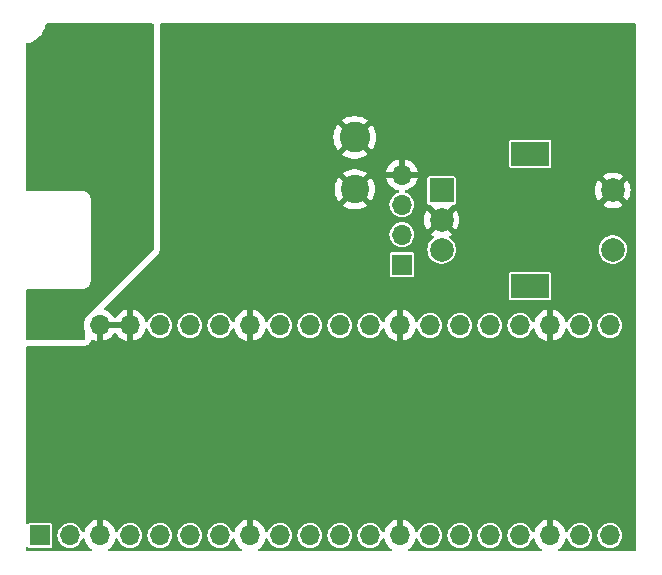
<source format=gbr>
%TF.GenerationSoftware,KiCad,Pcbnew,7.0.1*%
%TF.CreationDate,2023-12-01T14:10:48+08:00*%
%TF.ProjectId,USB-PD-Bench-Supply-PCB,5553422d-5044-42d4-9265-6e63682d5375,1*%
%TF.SameCoordinates,PX68e7780PY3938700*%
%TF.FileFunction,Copper,L2,Bot*%
%TF.FilePolarity,Positive*%
%FSLAX46Y46*%
G04 Gerber Fmt 4.6, Leading zero omitted, Abs format (unit mm)*
G04 Created by KiCad (PCBNEW 7.0.1) date 2023-12-01 14:10:48*
%MOMM*%
%LPD*%
G01*
G04 APERTURE LIST*
%TA.AperFunction,ComponentPad*%
%ADD10C,2.600000*%
%TD*%
%TA.AperFunction,ComponentPad*%
%ADD11C,2.400000*%
%TD*%
%TA.AperFunction,ComponentPad*%
%ADD12R,1.700000X1.700000*%
%TD*%
%TA.AperFunction,ComponentPad*%
%ADD13O,1.700000X1.700000*%
%TD*%
%TA.AperFunction,ComponentPad*%
%ADD14R,2.000000X2.000000*%
%TD*%
%TA.AperFunction,ComponentPad*%
%ADD15C,2.000000*%
%TD*%
%TA.AperFunction,ComponentPad*%
%ADD16R,3.200000X2.000000*%
%TD*%
G04 APERTURE END LIST*
D10*
%TO.P,J4,1,Pin_1*%
%TO.N,GND*%
X28000000Y-9800000D03*
%TD*%
D11*
%TO.P,J5,1,Pin_1*%
%TO.N,GND*%
X28000000Y-14200000D03*
%TD*%
%TO.P,J3,1,Pin_1*%
%TO.N,/VBUS*%
X8000000Y-14200000D03*
%TD*%
D10*
%TO.P,J2,1,Pin_1*%
%TO.N,/VBUS*%
X8000000Y-9800000D03*
%TD*%
D12*
%TO.P,J1,1,Pin_1*%
%TO.N,/SCL*%
X32000000Y-20580000D03*
D13*
%TO.P,J1,2,Pin_2*%
%TO.N,/SDA*%
X32000000Y-18040000D03*
%TO.P,J1,3,Pin_3*%
%TO.N,+3V3*%
X32000000Y-15500000D03*
%TO.P,J1,4,Pin_4*%
%TO.N,GND*%
X32000000Y-12960000D03*
%TD*%
D14*
%TO.P,SW1,A,A*%
%TO.N,/ENC_A*%
X35350000Y-14300000D03*
D15*
%TO.P,SW1,B,B*%
%TO.N,/ENC_B*%
X35350000Y-19300000D03*
%TO.P,SW1,C,C*%
%TO.N,GND*%
X35350000Y-16800000D03*
D16*
%TO.P,SW1,MP*%
%TO.N,N/C*%
X42850000Y-11200000D03*
X42850000Y-22400000D03*
D15*
%TO.P,SW1,S1,S1*%
%TO.N,/ENC_SW*%
X49850000Y-19300000D03*
%TO.P,SW1,S2,S2*%
%TO.N,GND*%
X49850000Y-14300000D03*
%TD*%
D12*
%TO.P,U6,1,SDA_0*%
%TO.N,/SDA*%
X1351000Y-43500000D03*
D13*
%TO.P,U6,2,SCL_0*%
%TO.N,/SCL*%
X3891000Y-43500000D03*
%TO.P,U6,3,GND*%
%TO.N,GND*%
X6431000Y-43500000D03*
%TO.P,U6,4,GPIO2*%
%TO.N,/ENC_B*%
X8971000Y-43500000D03*
%TO.P,U6,5,GPIO3*%
%TO.N,/ENC_A*%
X11511000Y-43500000D03*
%TO.P,U6,6,GPIO4*%
%TO.N,/ENC_SW*%
X14051000Y-43500000D03*
%TO.P,U6,7,GPIO5*%
%TO.N,unconnected-(U6-GPIO5-Pad7)*%
X16591000Y-43500000D03*
%TO.P,U6,8,GND*%
%TO.N,GND*%
X19131000Y-43500000D03*
%TO.P,U6,9,GPIO6*%
%TO.N,unconnected-(U6-GPIO6-Pad9)*%
X21671000Y-43500000D03*
%TO.P,U6,10,GPIO7*%
%TO.N,unconnected-(U6-GPIO7-Pad10)*%
X24211000Y-43500000D03*
%TO.P,U6,11,GPIO8*%
%TO.N,unconnected-(U6-GPIO8-Pad11)*%
X26751000Y-43500000D03*
%TO.P,U6,12,GPIO9*%
%TO.N,unconnected-(U6-GPIO9-Pad12)*%
X29291000Y-43500000D03*
%TO.P,U6,13,GND*%
%TO.N,GND*%
X31831000Y-43500000D03*
%TO.P,U6,14,GPIO10*%
%TO.N,unconnected-(U6-GPIO10-Pad14)*%
X34371000Y-43500000D03*
%TO.P,U6,15,GPIO11*%
%TO.N,unconnected-(U6-GPIO11-Pad15)*%
X36911000Y-43500000D03*
%TO.P,U6,16,GPIO12*%
%TO.N,unconnected-(U6-GPIO12-Pad16)*%
X39451000Y-43500000D03*
%TO.P,U6,17,GPIO13*%
%TO.N,unconnected-(U6-GPIO13-Pad17)*%
X41991000Y-43500000D03*
%TO.P,U6,18,GND*%
%TO.N,GND*%
X44531000Y-43500000D03*
%TO.P,U6,19,GPIO14*%
%TO.N,unconnected-(U6-GPIO14-Pad19)*%
X47071000Y-43500000D03*
%TO.P,U6,20,GPIO15*%
%TO.N,unconnected-(U6-GPIO15-Pad20)*%
X49611000Y-43500000D03*
%TO.P,U6,21,GPIO16*%
%TO.N,unconnected-(U6-GPIO16-Pad21)*%
X49611000Y-25720000D03*
%TO.P,U6,22,GPIO17*%
%TO.N,unconnected-(U6-GPIO17-Pad22)*%
X47071000Y-25720000D03*
%TO.P,U6,23,GND*%
%TO.N,GND*%
X44531000Y-25720000D03*
%TO.P,U6,24,GPIO18*%
%TO.N,unconnected-(U6-GPIO18-Pad24)*%
X41991000Y-25720000D03*
%TO.P,U6,25,GPIO19*%
%TO.N,unconnected-(U6-GPIO19-Pad25)*%
X39451000Y-25720000D03*
%TO.P,U6,26,GPIO20*%
%TO.N,unconnected-(U6-GPIO20-Pad26)*%
X36911000Y-25720000D03*
%TO.P,U6,27,GPIO21*%
%TO.N,unconnected-(U6-GPIO21-Pad27)*%
X34371000Y-25720000D03*
%TO.P,U6,28,GND*%
%TO.N,GND*%
X31831000Y-25720000D03*
%TO.P,U6,29,GPIO22*%
%TO.N,unconnected-(U6-GPIO22-Pad29)*%
X29291000Y-25720000D03*
%TO.P,U6,30,RESETz*%
%TO.N,unconnected-(U6-RESETz-Pad30)*%
X26751000Y-25720000D03*
%TO.P,U6,31,ADC0*%
%TO.N,unconnected-(U6-ADC0-Pad31)*%
X24211000Y-25720000D03*
%TO.P,U6,32,ADC1*%
%TO.N,unconnected-(U6-ADC1-Pad32)*%
X21671000Y-25720000D03*
%TO.P,U6,33,GND*%
%TO.N,GND*%
X19131000Y-25720000D03*
%TO.P,U6,34,ADC2*%
%TO.N,unconnected-(U6-ADC2-Pad34)*%
X16591000Y-25720000D03*
%TO.P,U6,35,3V3*%
%TO.N,+3V3*%
X14051000Y-25720000D03*
%TO.P,U6,36,3V3*%
X11511000Y-25720000D03*
%TO.P,U6,37,GND*%
%TO.N,GND*%
X8971000Y-25720000D03*
%TO.P,U6,38,GND*%
X6431000Y-25720000D03*
%TO.P,U6,39,VBUS*%
%TO.N,/VBUS*%
X3891000Y-25720000D03*
%TO.P,U6,40,VBUS*%
X1351000Y-25720000D03*
%TD*%
%TA.AperFunction,Conductor*%
%TO.N,/VBUS*%
G36*
X10940218Y-169781D02*
G01*
X10986337Y-215900D01*
X11003218Y-278900D01*
X11003218Y-19199834D01*
X10993784Y-19247670D01*
X10966896Y-19288343D01*
X5814796Y-24508528D01*
X5778375Y-24534211D01*
X5753168Y-24545966D01*
X5559597Y-24681505D01*
X5392505Y-24848597D01*
X5256967Y-25042167D01*
X5238271Y-25082258D01*
X5213761Y-25117507D01*
X5203219Y-25128189D01*
X5203218Y-25128192D01*
X5203218Y-25129497D01*
X5191412Y-25182748D01*
X5157097Y-25256334D01*
X5095937Y-25484590D01*
X5075341Y-25720000D01*
X5095937Y-25955409D01*
X5157096Y-26183663D01*
X5191413Y-26257254D01*
X5203218Y-26310504D01*
X5203218Y-26824259D01*
X5186337Y-26887259D01*
X5140218Y-26933378D01*
X5077218Y-26950259D01*
X278900Y-26950259D01*
X215900Y-26933378D01*
X169781Y-26887259D01*
X152900Y-26824259D01*
X152900Y-22778900D01*
X169781Y-22715900D01*
X215900Y-22669781D01*
X278900Y-22652900D01*
X4974154Y-22652900D01*
X5119613Y-22623967D01*
X5256632Y-22567211D01*
X5379946Y-22484816D01*
X5484816Y-22379946D01*
X5567211Y-22256632D01*
X5623967Y-22119613D01*
X5652900Y-21974154D01*
X5652900Y-21900000D01*
X5652900Y-21865102D01*
X5652900Y-15079869D01*
X5652900Y-15025846D01*
X5623967Y-14880387D01*
X5567211Y-14743368D01*
X5484816Y-14620054D01*
X5484815Y-14620053D01*
X5484813Y-14620050D01*
X5379949Y-14515186D01*
X5256632Y-14432789D01*
X5119613Y-14376033D01*
X5119611Y-14376032D01*
X5119610Y-14376032D01*
X4974154Y-14347100D01*
X4920131Y-14347100D01*
X278900Y-14347100D01*
X215900Y-14330219D01*
X169781Y-14284100D01*
X152900Y-14221100D01*
X152900Y-1925505D01*
X166776Y-1868023D01*
X205348Y-1823201D01*
X260119Y-1800912D01*
X406027Y-1778920D01*
X666626Y-1698536D01*
X912334Y-1580209D01*
X1137662Y-1426583D01*
X1337576Y-1241089D01*
X1507611Y-1027872D01*
X1643969Y-791694D01*
X1743603Y-537830D01*
X1804288Y-271953D01*
X1804288Y-271950D01*
X1804289Y-271947D01*
X1804474Y-269480D01*
X1805653Y-265969D01*
X1806389Y-262747D01*
X1806711Y-262820D01*
X1824279Y-210537D01*
X1869862Y-168244D01*
X1930121Y-152900D01*
X10877218Y-152900D01*
X10940218Y-169781D01*
G37*
%TD.AperFunction*%
%TD*%
%TA.AperFunction,Conductor*%
%TO.N,GND*%
G36*
X51785100Y-169513D02*
G01*
X51830487Y-214900D01*
X51847100Y-276900D01*
X51847100Y-44723100D01*
X51830487Y-44785100D01*
X51785100Y-44830487D01*
X51723100Y-44847100D01*
X45354072Y-44847100D01*
X45293956Y-44831553D01*
X45248914Y-44788810D01*
X45230242Y-44729590D01*
X45242621Y-44668742D01*
X45282948Y-44621525D01*
X45402081Y-44538106D01*
X45569106Y-44371081D01*
X45704600Y-44177576D01*
X45804430Y-43963491D01*
X45837158Y-43841350D01*
X45868679Y-43786338D01*
X45923274Y-43754099D01*
X45986668Y-43753061D01*
X46042289Y-43783496D01*
X46075593Y-43837447D01*
X46095767Y-43903953D01*
X46095769Y-43903956D01*
X46193315Y-44086450D01*
X46244608Y-44148952D01*
X46324589Y-44246410D01*
X46404569Y-44312047D01*
X46484550Y-44377685D01*
X46667046Y-44475232D01*
X46865066Y-44535300D01*
X47071000Y-44555583D01*
X47276934Y-44535300D01*
X47474954Y-44475232D01*
X47657450Y-44377685D01*
X47817410Y-44246410D01*
X47948685Y-44086450D01*
X48046232Y-43903954D01*
X48106300Y-43705934D01*
X48126583Y-43500000D01*
X48555417Y-43500000D01*
X48575699Y-43705932D01*
X48599228Y-43783496D01*
X48635768Y-43903954D01*
X48733315Y-44086450D01*
X48784608Y-44148952D01*
X48864589Y-44246410D01*
X48944569Y-44312047D01*
X49024550Y-44377685D01*
X49207046Y-44475232D01*
X49405066Y-44535300D01*
X49611000Y-44555583D01*
X49816934Y-44535300D01*
X50014954Y-44475232D01*
X50197450Y-44377685D01*
X50357410Y-44246410D01*
X50488685Y-44086450D01*
X50586232Y-43903954D01*
X50646300Y-43705934D01*
X50666583Y-43500000D01*
X50646300Y-43294066D01*
X50586232Y-43096046D01*
X50488685Y-42913550D01*
X50413898Y-42822421D01*
X50357410Y-42753589D01*
X50207121Y-42630252D01*
X50197450Y-42622315D01*
X50014954Y-42524768D01*
X49915944Y-42494734D01*
X49816932Y-42464699D01*
X49611000Y-42444417D01*
X49405067Y-42464699D01*
X49207043Y-42524769D01*
X49024551Y-42622314D01*
X48864589Y-42753589D01*
X48733314Y-42913551D01*
X48635769Y-43096043D01*
X48575699Y-43294067D01*
X48555417Y-43500000D01*
X48126583Y-43500000D01*
X48106300Y-43294066D01*
X48046232Y-43096046D01*
X47948685Y-42913550D01*
X47873898Y-42822421D01*
X47817410Y-42753589D01*
X47667121Y-42630252D01*
X47657450Y-42622315D01*
X47474954Y-42524768D01*
X47375944Y-42494734D01*
X47276932Y-42464699D01*
X47071000Y-42444417D01*
X46865067Y-42464699D01*
X46667043Y-42524769D01*
X46484551Y-42622314D01*
X46324589Y-42753589D01*
X46193314Y-42913551D01*
X46095767Y-43096047D01*
X46075593Y-43162552D01*
X46042288Y-43216503D01*
X45986668Y-43246938D01*
X45923274Y-43245900D01*
X45868679Y-43213661D01*
X45837158Y-43158649D01*
X45804430Y-43036508D01*
X45704599Y-42822421D01*
X45569109Y-42628921D01*
X45402081Y-42461893D01*
X45208576Y-42326399D01*
X44994492Y-42226569D01*
X44781000Y-42169364D01*
X44781000Y-43626000D01*
X44764387Y-43688000D01*
X44719000Y-43733387D01*
X44657000Y-43750000D01*
X44405000Y-43750000D01*
X44343000Y-43733387D01*
X44297613Y-43688000D01*
X44281000Y-43626000D01*
X44281000Y-42169364D01*
X44280999Y-42169364D01*
X44067507Y-42226569D01*
X43853421Y-42326400D01*
X43659921Y-42461890D01*
X43492890Y-42628921D01*
X43357400Y-42822421D01*
X43257569Y-43036507D01*
X43224841Y-43158650D01*
X43193319Y-43213662D01*
X43138724Y-43245901D01*
X43075330Y-43246938D01*
X43019710Y-43216502D01*
X42986406Y-43162552D01*
X42966232Y-43096046D01*
X42868685Y-42913550D01*
X42793898Y-42822421D01*
X42737410Y-42753589D01*
X42587121Y-42630252D01*
X42577450Y-42622315D01*
X42394954Y-42524768D01*
X42295944Y-42494734D01*
X42196932Y-42464699D01*
X41991000Y-42444417D01*
X41785067Y-42464699D01*
X41587043Y-42524769D01*
X41404551Y-42622314D01*
X41244589Y-42753589D01*
X41113314Y-42913551D01*
X41015769Y-43096043D01*
X40955699Y-43294067D01*
X40935417Y-43500000D01*
X40955699Y-43705932D01*
X40979228Y-43783496D01*
X41015768Y-43903954D01*
X41113315Y-44086450D01*
X41164608Y-44148952D01*
X41244589Y-44246410D01*
X41324569Y-44312047D01*
X41404550Y-44377685D01*
X41587046Y-44475232D01*
X41785066Y-44535300D01*
X41991000Y-44555583D01*
X42196934Y-44535300D01*
X42394954Y-44475232D01*
X42577450Y-44377685D01*
X42737410Y-44246410D01*
X42868685Y-44086450D01*
X42966232Y-43903954D01*
X42986406Y-43837446D01*
X43019709Y-43783497D01*
X43075330Y-43753061D01*
X43138724Y-43754098D01*
X43193319Y-43786337D01*
X43224841Y-43841349D01*
X43257569Y-43963492D01*
X43357399Y-44177576D01*
X43492893Y-44371081D01*
X43659918Y-44538106D01*
X43779052Y-44621525D01*
X43819379Y-44668742D01*
X43831758Y-44729590D01*
X43813086Y-44788810D01*
X43768044Y-44831553D01*
X43707928Y-44847100D01*
X32654072Y-44847100D01*
X32593956Y-44831553D01*
X32548914Y-44788810D01*
X32530242Y-44729590D01*
X32542621Y-44668742D01*
X32582948Y-44621525D01*
X32702081Y-44538106D01*
X32869106Y-44371081D01*
X33004600Y-44177576D01*
X33104430Y-43963491D01*
X33137158Y-43841350D01*
X33168679Y-43786338D01*
X33223274Y-43754099D01*
X33286668Y-43753061D01*
X33342289Y-43783496D01*
X33375593Y-43837447D01*
X33395767Y-43903953D01*
X33395769Y-43903956D01*
X33493315Y-44086450D01*
X33544608Y-44148952D01*
X33624589Y-44246410D01*
X33704569Y-44312047D01*
X33784550Y-44377685D01*
X33967046Y-44475232D01*
X34165066Y-44535300D01*
X34371000Y-44555583D01*
X34576934Y-44535300D01*
X34774954Y-44475232D01*
X34957450Y-44377685D01*
X35117410Y-44246410D01*
X35248685Y-44086450D01*
X35346232Y-43903954D01*
X35406300Y-43705934D01*
X35426583Y-43500000D01*
X35855417Y-43500000D01*
X35875699Y-43705932D01*
X35899228Y-43783496D01*
X35935768Y-43903954D01*
X36033315Y-44086450D01*
X36084608Y-44148952D01*
X36164589Y-44246410D01*
X36244569Y-44312047D01*
X36324550Y-44377685D01*
X36507046Y-44475232D01*
X36705066Y-44535300D01*
X36911000Y-44555583D01*
X37116934Y-44535300D01*
X37314954Y-44475232D01*
X37497450Y-44377685D01*
X37657410Y-44246410D01*
X37788685Y-44086450D01*
X37886232Y-43903954D01*
X37946300Y-43705934D01*
X37966583Y-43500000D01*
X38395417Y-43500000D01*
X38415699Y-43705932D01*
X38439228Y-43783496D01*
X38475768Y-43903954D01*
X38573315Y-44086450D01*
X38624608Y-44148952D01*
X38704589Y-44246410D01*
X38784569Y-44312047D01*
X38864550Y-44377685D01*
X39047046Y-44475232D01*
X39245066Y-44535300D01*
X39451000Y-44555583D01*
X39656934Y-44535300D01*
X39854954Y-44475232D01*
X40037450Y-44377685D01*
X40197410Y-44246410D01*
X40328685Y-44086450D01*
X40426232Y-43903954D01*
X40486300Y-43705934D01*
X40506583Y-43500000D01*
X40486300Y-43294066D01*
X40426232Y-43096046D01*
X40328685Y-42913550D01*
X40253898Y-42822421D01*
X40197410Y-42753589D01*
X40047121Y-42630252D01*
X40037450Y-42622315D01*
X39854954Y-42524768D01*
X39755944Y-42494734D01*
X39656932Y-42464699D01*
X39451000Y-42444417D01*
X39245067Y-42464699D01*
X39047043Y-42524769D01*
X38864551Y-42622314D01*
X38704589Y-42753589D01*
X38573314Y-42913551D01*
X38475769Y-43096043D01*
X38415699Y-43294067D01*
X38395417Y-43500000D01*
X37966583Y-43500000D01*
X37946300Y-43294066D01*
X37886232Y-43096046D01*
X37788685Y-42913550D01*
X37713898Y-42822421D01*
X37657410Y-42753589D01*
X37507121Y-42630252D01*
X37497450Y-42622315D01*
X37314954Y-42524768D01*
X37215944Y-42494734D01*
X37116932Y-42464699D01*
X36911000Y-42444417D01*
X36705067Y-42464699D01*
X36507043Y-42524769D01*
X36324551Y-42622314D01*
X36164589Y-42753589D01*
X36033314Y-42913551D01*
X35935769Y-43096043D01*
X35875699Y-43294067D01*
X35855417Y-43500000D01*
X35426583Y-43500000D01*
X35406300Y-43294066D01*
X35346232Y-43096046D01*
X35248685Y-42913550D01*
X35173898Y-42822421D01*
X35117410Y-42753589D01*
X34967121Y-42630252D01*
X34957450Y-42622315D01*
X34774954Y-42524768D01*
X34675944Y-42494734D01*
X34576932Y-42464699D01*
X34371000Y-42444417D01*
X34165067Y-42464699D01*
X33967043Y-42524769D01*
X33784551Y-42622314D01*
X33624589Y-42753589D01*
X33493314Y-42913551D01*
X33395767Y-43096047D01*
X33375593Y-43162552D01*
X33342288Y-43216503D01*
X33286668Y-43246938D01*
X33223274Y-43245900D01*
X33168679Y-43213661D01*
X33137158Y-43158649D01*
X33104430Y-43036508D01*
X33004599Y-42822421D01*
X32869109Y-42628921D01*
X32702081Y-42461893D01*
X32508576Y-42326399D01*
X32294492Y-42226569D01*
X32081000Y-42169364D01*
X32081000Y-43626000D01*
X32064387Y-43688000D01*
X32019000Y-43733387D01*
X31957000Y-43750000D01*
X31705000Y-43750000D01*
X31643000Y-43733387D01*
X31597613Y-43688000D01*
X31581000Y-43626000D01*
X31581000Y-42169364D01*
X31580999Y-42169364D01*
X31367507Y-42226569D01*
X31153421Y-42326400D01*
X30959921Y-42461890D01*
X30792890Y-42628921D01*
X30657400Y-42822421D01*
X30557569Y-43036507D01*
X30524841Y-43158650D01*
X30493319Y-43213662D01*
X30438724Y-43245901D01*
X30375330Y-43246938D01*
X30319710Y-43216502D01*
X30286406Y-43162552D01*
X30266232Y-43096046D01*
X30168685Y-42913550D01*
X30093898Y-42822421D01*
X30037410Y-42753589D01*
X29887121Y-42630252D01*
X29877450Y-42622315D01*
X29694954Y-42524768D01*
X29595944Y-42494734D01*
X29496932Y-42464699D01*
X29291000Y-42444417D01*
X29085067Y-42464699D01*
X28887043Y-42524769D01*
X28704551Y-42622314D01*
X28544589Y-42753589D01*
X28413314Y-42913551D01*
X28315769Y-43096043D01*
X28255699Y-43294067D01*
X28235417Y-43500000D01*
X28255699Y-43705932D01*
X28279228Y-43783496D01*
X28315768Y-43903954D01*
X28413315Y-44086450D01*
X28464608Y-44148952D01*
X28544589Y-44246410D01*
X28624569Y-44312047D01*
X28704550Y-44377685D01*
X28887046Y-44475232D01*
X29085066Y-44535300D01*
X29291000Y-44555583D01*
X29496934Y-44535300D01*
X29694954Y-44475232D01*
X29877450Y-44377685D01*
X30037410Y-44246410D01*
X30168685Y-44086450D01*
X30266232Y-43903954D01*
X30286406Y-43837446D01*
X30319709Y-43783497D01*
X30375330Y-43753061D01*
X30438724Y-43754098D01*
X30493319Y-43786337D01*
X30524841Y-43841349D01*
X30557569Y-43963492D01*
X30657399Y-44177576D01*
X30792893Y-44371081D01*
X30959918Y-44538106D01*
X31079052Y-44621525D01*
X31119379Y-44668742D01*
X31131758Y-44729590D01*
X31113086Y-44788810D01*
X31068044Y-44831553D01*
X31007928Y-44847100D01*
X19954072Y-44847100D01*
X19893956Y-44831553D01*
X19848914Y-44788810D01*
X19830242Y-44729590D01*
X19842621Y-44668742D01*
X19882948Y-44621525D01*
X20002081Y-44538106D01*
X20169106Y-44371081D01*
X20304600Y-44177576D01*
X20404430Y-43963491D01*
X20437158Y-43841350D01*
X20468679Y-43786338D01*
X20523274Y-43754099D01*
X20586668Y-43753061D01*
X20642289Y-43783496D01*
X20675593Y-43837447D01*
X20695767Y-43903953D01*
X20695769Y-43903956D01*
X20793315Y-44086450D01*
X20844608Y-44148952D01*
X20924589Y-44246410D01*
X21004569Y-44312047D01*
X21084550Y-44377685D01*
X21267046Y-44475232D01*
X21465066Y-44535300D01*
X21671000Y-44555583D01*
X21876934Y-44535300D01*
X22074954Y-44475232D01*
X22257450Y-44377685D01*
X22417410Y-44246410D01*
X22548685Y-44086450D01*
X22646232Y-43903954D01*
X22706300Y-43705934D01*
X22726583Y-43500000D01*
X23155417Y-43500000D01*
X23175699Y-43705932D01*
X23199228Y-43783496D01*
X23235768Y-43903954D01*
X23333315Y-44086450D01*
X23384608Y-44148952D01*
X23464589Y-44246410D01*
X23544569Y-44312047D01*
X23624550Y-44377685D01*
X23807046Y-44475232D01*
X24005066Y-44535300D01*
X24211000Y-44555583D01*
X24416934Y-44535300D01*
X24614954Y-44475232D01*
X24797450Y-44377685D01*
X24957410Y-44246410D01*
X25088685Y-44086450D01*
X25186232Y-43903954D01*
X25246300Y-43705934D01*
X25266583Y-43500000D01*
X25695417Y-43500000D01*
X25715699Y-43705932D01*
X25739228Y-43783496D01*
X25775768Y-43903954D01*
X25873315Y-44086450D01*
X25924608Y-44148952D01*
X26004589Y-44246410D01*
X26084569Y-44312047D01*
X26164550Y-44377685D01*
X26347046Y-44475232D01*
X26545066Y-44535300D01*
X26751000Y-44555583D01*
X26956934Y-44535300D01*
X27154954Y-44475232D01*
X27337450Y-44377685D01*
X27497410Y-44246410D01*
X27628685Y-44086450D01*
X27726232Y-43903954D01*
X27786300Y-43705934D01*
X27806583Y-43500000D01*
X27786300Y-43294066D01*
X27726232Y-43096046D01*
X27628685Y-42913550D01*
X27553898Y-42822421D01*
X27497410Y-42753589D01*
X27347121Y-42630252D01*
X27337450Y-42622315D01*
X27154954Y-42524768D01*
X27055944Y-42494734D01*
X26956932Y-42464699D01*
X26751000Y-42444417D01*
X26545067Y-42464699D01*
X26347043Y-42524769D01*
X26164551Y-42622314D01*
X26004589Y-42753589D01*
X25873314Y-42913551D01*
X25775769Y-43096043D01*
X25715699Y-43294067D01*
X25695417Y-43500000D01*
X25266583Y-43500000D01*
X25246300Y-43294066D01*
X25186232Y-43096046D01*
X25088685Y-42913550D01*
X25013898Y-42822421D01*
X24957410Y-42753589D01*
X24807121Y-42630252D01*
X24797450Y-42622315D01*
X24614954Y-42524768D01*
X24515944Y-42494734D01*
X24416932Y-42464699D01*
X24211000Y-42444417D01*
X24005067Y-42464699D01*
X23807043Y-42524769D01*
X23624551Y-42622314D01*
X23464589Y-42753589D01*
X23333314Y-42913551D01*
X23235769Y-43096043D01*
X23175699Y-43294067D01*
X23155417Y-43500000D01*
X22726583Y-43500000D01*
X22706300Y-43294066D01*
X22646232Y-43096046D01*
X22548685Y-42913550D01*
X22473898Y-42822421D01*
X22417410Y-42753589D01*
X22267121Y-42630252D01*
X22257450Y-42622315D01*
X22074954Y-42524768D01*
X21975944Y-42494734D01*
X21876932Y-42464699D01*
X21671000Y-42444417D01*
X21465067Y-42464699D01*
X21267043Y-42524769D01*
X21084551Y-42622314D01*
X20924589Y-42753589D01*
X20793314Y-42913551D01*
X20695767Y-43096047D01*
X20675593Y-43162552D01*
X20642288Y-43216503D01*
X20586668Y-43246938D01*
X20523274Y-43245900D01*
X20468679Y-43213661D01*
X20437158Y-43158649D01*
X20404430Y-43036508D01*
X20304599Y-42822421D01*
X20169109Y-42628921D01*
X20002081Y-42461893D01*
X19808576Y-42326399D01*
X19594492Y-42226569D01*
X19381000Y-42169364D01*
X19381000Y-43626000D01*
X19364387Y-43688000D01*
X19319000Y-43733387D01*
X19257000Y-43750000D01*
X19005000Y-43750000D01*
X18943000Y-43733387D01*
X18897613Y-43688000D01*
X18881000Y-43626000D01*
X18881000Y-42169364D01*
X18880999Y-42169364D01*
X18667507Y-42226569D01*
X18453421Y-42326400D01*
X18259921Y-42461890D01*
X18092890Y-42628921D01*
X17957400Y-42822421D01*
X17857569Y-43036507D01*
X17824841Y-43158650D01*
X17793319Y-43213662D01*
X17738724Y-43245901D01*
X17675330Y-43246938D01*
X17619710Y-43216502D01*
X17586406Y-43162552D01*
X17566232Y-43096046D01*
X17468685Y-42913550D01*
X17393898Y-42822421D01*
X17337410Y-42753589D01*
X17187121Y-42630252D01*
X17177450Y-42622315D01*
X16994954Y-42524768D01*
X16895944Y-42494734D01*
X16796932Y-42464699D01*
X16591000Y-42444417D01*
X16385067Y-42464699D01*
X16187043Y-42524769D01*
X16004551Y-42622314D01*
X15844589Y-42753589D01*
X15713314Y-42913551D01*
X15615769Y-43096043D01*
X15555699Y-43294067D01*
X15535417Y-43500000D01*
X15555699Y-43705932D01*
X15579228Y-43783496D01*
X15615768Y-43903954D01*
X15713315Y-44086450D01*
X15764608Y-44148952D01*
X15844589Y-44246410D01*
X15924569Y-44312047D01*
X16004550Y-44377685D01*
X16187046Y-44475232D01*
X16385066Y-44535300D01*
X16591000Y-44555583D01*
X16796934Y-44535300D01*
X16994954Y-44475232D01*
X17177450Y-44377685D01*
X17337410Y-44246410D01*
X17468685Y-44086450D01*
X17566232Y-43903954D01*
X17586406Y-43837446D01*
X17619709Y-43783497D01*
X17675330Y-43753061D01*
X17738724Y-43754098D01*
X17793319Y-43786337D01*
X17824841Y-43841349D01*
X17857569Y-43963492D01*
X17957399Y-44177576D01*
X18092893Y-44371081D01*
X18259918Y-44538106D01*
X18379052Y-44621525D01*
X18419379Y-44668742D01*
X18431758Y-44729590D01*
X18413086Y-44788810D01*
X18368044Y-44831553D01*
X18307928Y-44847100D01*
X7254072Y-44847100D01*
X7193956Y-44831553D01*
X7148914Y-44788810D01*
X7130242Y-44729590D01*
X7142621Y-44668742D01*
X7182948Y-44621525D01*
X7302081Y-44538106D01*
X7469106Y-44371081D01*
X7604600Y-44177576D01*
X7704430Y-43963491D01*
X7737158Y-43841350D01*
X7768679Y-43786338D01*
X7823274Y-43754099D01*
X7886668Y-43753061D01*
X7942289Y-43783496D01*
X7975593Y-43837447D01*
X7995767Y-43903953D01*
X7995769Y-43903956D01*
X8093315Y-44086450D01*
X8144608Y-44148952D01*
X8224589Y-44246410D01*
X8304569Y-44312047D01*
X8384550Y-44377685D01*
X8567046Y-44475232D01*
X8765066Y-44535300D01*
X8971000Y-44555583D01*
X9176934Y-44535300D01*
X9374954Y-44475232D01*
X9557450Y-44377685D01*
X9717410Y-44246410D01*
X9848685Y-44086450D01*
X9946232Y-43903954D01*
X10006300Y-43705934D01*
X10026583Y-43500000D01*
X10026583Y-43499999D01*
X10455417Y-43499999D01*
X10475699Y-43705932D01*
X10499228Y-43783496D01*
X10535768Y-43903954D01*
X10633315Y-44086450D01*
X10684608Y-44148952D01*
X10764589Y-44246410D01*
X10844569Y-44312047D01*
X10924550Y-44377685D01*
X11107046Y-44475232D01*
X11305066Y-44535300D01*
X11511000Y-44555583D01*
X11716934Y-44535300D01*
X11914954Y-44475232D01*
X12097450Y-44377685D01*
X12257410Y-44246410D01*
X12388685Y-44086450D01*
X12486232Y-43903954D01*
X12546300Y-43705934D01*
X12566583Y-43500000D01*
X12566583Y-43499999D01*
X12995417Y-43499999D01*
X13015699Y-43705932D01*
X13039228Y-43783496D01*
X13075768Y-43903954D01*
X13173315Y-44086450D01*
X13224608Y-44148952D01*
X13304589Y-44246410D01*
X13384569Y-44312047D01*
X13464550Y-44377685D01*
X13647046Y-44475232D01*
X13845066Y-44535300D01*
X14051000Y-44555583D01*
X14256934Y-44535300D01*
X14454954Y-44475232D01*
X14637450Y-44377685D01*
X14797410Y-44246410D01*
X14928685Y-44086450D01*
X15026232Y-43903954D01*
X15086300Y-43705934D01*
X15106583Y-43500000D01*
X15086300Y-43294066D01*
X15026232Y-43096046D01*
X14928685Y-42913550D01*
X14853898Y-42822421D01*
X14797410Y-42753589D01*
X14647121Y-42630252D01*
X14637450Y-42622315D01*
X14454954Y-42524768D01*
X14355944Y-42494734D01*
X14256932Y-42464699D01*
X14051000Y-42444417D01*
X13845067Y-42464699D01*
X13647043Y-42524769D01*
X13464551Y-42622314D01*
X13304589Y-42753589D01*
X13173314Y-42913551D01*
X13075769Y-43096043D01*
X13015699Y-43294067D01*
X12995417Y-43499999D01*
X12566583Y-43499999D01*
X12546300Y-43294066D01*
X12486232Y-43096046D01*
X12388685Y-42913550D01*
X12313898Y-42822421D01*
X12257410Y-42753589D01*
X12107121Y-42630252D01*
X12097450Y-42622315D01*
X11914954Y-42524768D01*
X11815944Y-42494734D01*
X11716932Y-42464699D01*
X11511000Y-42444417D01*
X11305067Y-42464699D01*
X11107043Y-42524769D01*
X10924551Y-42622314D01*
X10764589Y-42753589D01*
X10633314Y-42913551D01*
X10535769Y-43096043D01*
X10475699Y-43294067D01*
X10455417Y-43499999D01*
X10026583Y-43499999D01*
X10006300Y-43294066D01*
X9946232Y-43096046D01*
X9848685Y-42913550D01*
X9773898Y-42822421D01*
X9717410Y-42753589D01*
X9567121Y-42630252D01*
X9557450Y-42622315D01*
X9374954Y-42524768D01*
X9275944Y-42494734D01*
X9176932Y-42464699D01*
X8971000Y-42444417D01*
X8765067Y-42464699D01*
X8567043Y-42524769D01*
X8384551Y-42622314D01*
X8224589Y-42753589D01*
X8093314Y-42913551D01*
X7995767Y-43096047D01*
X7975593Y-43162552D01*
X7942288Y-43216503D01*
X7886668Y-43246938D01*
X7823274Y-43245900D01*
X7768679Y-43213661D01*
X7737158Y-43158649D01*
X7704430Y-43036508D01*
X7604599Y-42822421D01*
X7469109Y-42628921D01*
X7302081Y-42461893D01*
X7108576Y-42326399D01*
X6894492Y-42226569D01*
X6681000Y-42169364D01*
X6681000Y-43626000D01*
X6664387Y-43688000D01*
X6619000Y-43733387D01*
X6557000Y-43750000D01*
X6305000Y-43750000D01*
X6243000Y-43733387D01*
X6197613Y-43688000D01*
X6181000Y-43626000D01*
X6181000Y-42169364D01*
X6180999Y-42169364D01*
X5967507Y-42226569D01*
X5753421Y-42326400D01*
X5559921Y-42461890D01*
X5392890Y-42628921D01*
X5257400Y-42822421D01*
X5157569Y-43036507D01*
X5124841Y-43158650D01*
X5093319Y-43213662D01*
X5038724Y-43245901D01*
X4975330Y-43246938D01*
X4919710Y-43216502D01*
X4886406Y-43162552D01*
X4866232Y-43096046D01*
X4768685Y-42913550D01*
X4693898Y-42822421D01*
X4637410Y-42753589D01*
X4487121Y-42630252D01*
X4477450Y-42622315D01*
X4294954Y-42524768D01*
X4195944Y-42494734D01*
X4096932Y-42464699D01*
X3891000Y-42444417D01*
X3685067Y-42464699D01*
X3487043Y-42524769D01*
X3304551Y-42622314D01*
X3144589Y-42753589D01*
X3013314Y-42913551D01*
X2915769Y-43096043D01*
X2855699Y-43294067D01*
X2835417Y-43499999D01*
X2855699Y-43705932D01*
X2879228Y-43783496D01*
X2915768Y-43903954D01*
X3013315Y-44086450D01*
X3064608Y-44148952D01*
X3144589Y-44246410D01*
X3224569Y-44312047D01*
X3304550Y-44377685D01*
X3487046Y-44475232D01*
X3685066Y-44535300D01*
X3891000Y-44555583D01*
X4096934Y-44535300D01*
X4294954Y-44475232D01*
X4477450Y-44377685D01*
X4637410Y-44246410D01*
X4768685Y-44086450D01*
X4866232Y-43903954D01*
X4886406Y-43837446D01*
X4919709Y-43783497D01*
X4975330Y-43753061D01*
X5038724Y-43754098D01*
X5093319Y-43786337D01*
X5124841Y-43841349D01*
X5157569Y-43963492D01*
X5257399Y-44177576D01*
X5392893Y-44371081D01*
X5559918Y-44538106D01*
X5679052Y-44621525D01*
X5719379Y-44668742D01*
X5731758Y-44729590D01*
X5713086Y-44788810D01*
X5668044Y-44831553D01*
X5607928Y-44847100D01*
X276900Y-44847100D01*
X214900Y-44830487D01*
X169513Y-44785100D01*
X152900Y-44723100D01*
X152900Y-44590533D01*
X170542Y-44526784D01*
X218447Y-44481175D01*
X282985Y-44466682D01*
X345791Y-44487431D01*
X422769Y-44538867D01*
X481251Y-44550500D01*
X481252Y-44550500D01*
X2220748Y-44550500D01*
X2220749Y-44550500D01*
X2249989Y-44544683D01*
X2279231Y-44538867D01*
X2345552Y-44494552D01*
X2389867Y-44428231D01*
X2401500Y-44369748D01*
X2401500Y-42630252D01*
X2389867Y-42571769D01*
X2389866Y-42571768D01*
X2345552Y-42505447D01*
X2279230Y-42461132D01*
X2220749Y-42449500D01*
X2220748Y-42449500D01*
X481252Y-42449500D01*
X481251Y-42449500D01*
X422769Y-42461132D01*
X345791Y-42512569D01*
X282985Y-42533318D01*
X218447Y-42518825D01*
X170542Y-42473216D01*
X152900Y-42409467D01*
X152900Y-27579759D01*
X169513Y-27517759D01*
X214900Y-27472372D01*
X276900Y-27455759D01*
X5077219Y-27455759D01*
X5103384Y-27452313D01*
X5208052Y-27438534D01*
X5271052Y-27421653D01*
X5392969Y-27371153D01*
X5497660Y-27290820D01*
X5543779Y-27244701D01*
X5624112Y-27140010D01*
X5674612Y-27018093D01*
X5674767Y-27017511D01*
X5675182Y-27016713D01*
X5677722Y-27010584D01*
X5678257Y-27010805D01*
X5699548Y-26969897D01*
X5742133Y-26937216D01*
X5794541Y-26925595D01*
X5846949Y-26937213D01*
X5967507Y-26993430D01*
X6180999Y-27050635D01*
X6181000Y-27050636D01*
X6181000Y-25970000D01*
X6681000Y-25970000D01*
X6681000Y-27050635D01*
X6894492Y-26993430D01*
X7108576Y-26893600D01*
X7302081Y-26758106D01*
X7469106Y-26591081D01*
X7599425Y-26404968D01*
X7643743Y-26366103D01*
X7701000Y-26352092D01*
X7758257Y-26366103D01*
X7802575Y-26404968D01*
X7932893Y-26591081D01*
X8099918Y-26758106D01*
X8293423Y-26893600D01*
X8507507Y-26993430D01*
X8720999Y-27050635D01*
X8721000Y-27050636D01*
X8721000Y-25970000D01*
X6681000Y-25970000D01*
X6181000Y-25970000D01*
X6181000Y-25594000D01*
X6197613Y-25532000D01*
X6243000Y-25486613D01*
X6305000Y-25470000D01*
X8721000Y-25470000D01*
X8721000Y-24389364D01*
X9221000Y-24389364D01*
X9221000Y-27050635D01*
X9434492Y-26993430D01*
X9648576Y-26893600D01*
X9842081Y-26758106D01*
X10009106Y-26591081D01*
X10144600Y-26397576D01*
X10244430Y-26183491D01*
X10277158Y-26061350D01*
X10308679Y-26006338D01*
X10363274Y-25974099D01*
X10426668Y-25973061D01*
X10482289Y-26003496D01*
X10515593Y-26057447D01*
X10535767Y-26123953D01*
X10620715Y-26282879D01*
X10633315Y-26306450D01*
X10670772Y-26352092D01*
X10764589Y-26466410D01*
X10844570Y-26532047D01*
X10924550Y-26597685D01*
X11107046Y-26695232D01*
X11305066Y-26755300D01*
X11511000Y-26775583D01*
X11716934Y-26755300D01*
X11914954Y-26695232D01*
X12097450Y-26597685D01*
X12257410Y-26466410D01*
X12388685Y-26306450D01*
X12486232Y-26123954D01*
X12546300Y-25925934D01*
X12566583Y-25720000D01*
X12566583Y-25719999D01*
X12995417Y-25719999D01*
X13015699Y-25925932D01*
X13045733Y-26024943D01*
X13075768Y-26123954D01*
X13173315Y-26306450D01*
X13210772Y-26352092D01*
X13304589Y-26466410D01*
X13384570Y-26532047D01*
X13464550Y-26597685D01*
X13647046Y-26695232D01*
X13845066Y-26755300D01*
X14051000Y-26775583D01*
X14256934Y-26755300D01*
X14454954Y-26695232D01*
X14637450Y-26597685D01*
X14797410Y-26466410D01*
X14928685Y-26306450D01*
X15026232Y-26123954D01*
X15086300Y-25925934D01*
X15106583Y-25720000D01*
X15106583Y-25719999D01*
X15535417Y-25719999D01*
X15555699Y-25925932D01*
X15585733Y-26024943D01*
X15615768Y-26123954D01*
X15713315Y-26306450D01*
X15750772Y-26352092D01*
X15844589Y-26466410D01*
X15924570Y-26532047D01*
X16004550Y-26597685D01*
X16187046Y-26695232D01*
X16385066Y-26755300D01*
X16591000Y-26775583D01*
X16796934Y-26755300D01*
X16994954Y-26695232D01*
X17177450Y-26597685D01*
X17337410Y-26466410D01*
X17468685Y-26306450D01*
X17566232Y-26123954D01*
X17586406Y-26057446D01*
X17619709Y-26003497D01*
X17675330Y-25973061D01*
X17738724Y-25974098D01*
X17793319Y-26006337D01*
X17824841Y-26061349D01*
X17857569Y-26183492D01*
X17957399Y-26397576D01*
X18092893Y-26591081D01*
X18259918Y-26758106D01*
X18453423Y-26893600D01*
X18667507Y-26993430D01*
X18880999Y-27050635D01*
X18881000Y-27050636D01*
X18881000Y-24389364D01*
X19381000Y-24389364D01*
X19381000Y-27050635D01*
X19594492Y-26993430D01*
X19808576Y-26893600D01*
X20002081Y-26758106D01*
X20169106Y-26591081D01*
X20304600Y-26397576D01*
X20404430Y-26183491D01*
X20437158Y-26061350D01*
X20468679Y-26006338D01*
X20523274Y-25974099D01*
X20586668Y-25973061D01*
X20642289Y-26003496D01*
X20675593Y-26057447D01*
X20695767Y-26123953D01*
X20780715Y-26282879D01*
X20793315Y-26306450D01*
X20830772Y-26352092D01*
X20924589Y-26466410D01*
X21004570Y-26532047D01*
X21084550Y-26597685D01*
X21267046Y-26695232D01*
X21465066Y-26755300D01*
X21671000Y-26775583D01*
X21876934Y-26755300D01*
X22074954Y-26695232D01*
X22257450Y-26597685D01*
X22417410Y-26466410D01*
X22548685Y-26306450D01*
X22646232Y-26123954D01*
X22706300Y-25925934D01*
X22726583Y-25720000D01*
X22726583Y-25719999D01*
X23155417Y-25719999D01*
X23175699Y-25925932D01*
X23205733Y-26024943D01*
X23235768Y-26123954D01*
X23333315Y-26306450D01*
X23370772Y-26352092D01*
X23464589Y-26466410D01*
X23544570Y-26532047D01*
X23624550Y-26597685D01*
X23807046Y-26695232D01*
X24005066Y-26755300D01*
X24211000Y-26775583D01*
X24416934Y-26755300D01*
X24614954Y-26695232D01*
X24797450Y-26597685D01*
X24957410Y-26466410D01*
X25088685Y-26306450D01*
X25186232Y-26123954D01*
X25246300Y-25925934D01*
X25266583Y-25720000D01*
X25266583Y-25719999D01*
X25695417Y-25719999D01*
X25715699Y-25925932D01*
X25745733Y-26024943D01*
X25775768Y-26123954D01*
X25873315Y-26306450D01*
X25910772Y-26352092D01*
X26004589Y-26466410D01*
X26084570Y-26532047D01*
X26164550Y-26597685D01*
X26347046Y-26695232D01*
X26545066Y-26755300D01*
X26751000Y-26775583D01*
X26956934Y-26755300D01*
X27154954Y-26695232D01*
X27337450Y-26597685D01*
X27497410Y-26466410D01*
X27628685Y-26306450D01*
X27726232Y-26123954D01*
X27786300Y-25925934D01*
X27806583Y-25720000D01*
X27806583Y-25719999D01*
X28235417Y-25719999D01*
X28255699Y-25925932D01*
X28285733Y-26024943D01*
X28315768Y-26123954D01*
X28413315Y-26306450D01*
X28450772Y-26352092D01*
X28544589Y-26466410D01*
X28624570Y-26532047D01*
X28704550Y-26597685D01*
X28887046Y-26695232D01*
X29085066Y-26755300D01*
X29291000Y-26775583D01*
X29496934Y-26755300D01*
X29694954Y-26695232D01*
X29877450Y-26597685D01*
X30037410Y-26466410D01*
X30168685Y-26306450D01*
X30266232Y-26123954D01*
X30286406Y-26057446D01*
X30319709Y-26003497D01*
X30375330Y-25973061D01*
X30438724Y-25974098D01*
X30493319Y-26006337D01*
X30524841Y-26061349D01*
X30557569Y-26183492D01*
X30657399Y-26397576D01*
X30792893Y-26591081D01*
X30959918Y-26758106D01*
X31153423Y-26893600D01*
X31367507Y-26993430D01*
X31580999Y-27050635D01*
X31581000Y-27050636D01*
X31581000Y-24389364D01*
X32081000Y-24389364D01*
X32081000Y-27050635D01*
X32294492Y-26993430D01*
X32508576Y-26893600D01*
X32702081Y-26758106D01*
X32869106Y-26591081D01*
X33004600Y-26397576D01*
X33104430Y-26183491D01*
X33137158Y-26061350D01*
X33168679Y-26006338D01*
X33223274Y-25974099D01*
X33286668Y-25973061D01*
X33342289Y-26003496D01*
X33375593Y-26057447D01*
X33395767Y-26123953D01*
X33480715Y-26282879D01*
X33493315Y-26306450D01*
X33530772Y-26352092D01*
X33624589Y-26466410D01*
X33704570Y-26532047D01*
X33784550Y-26597685D01*
X33967046Y-26695232D01*
X34165066Y-26755300D01*
X34371000Y-26775583D01*
X34576934Y-26755300D01*
X34774954Y-26695232D01*
X34957450Y-26597685D01*
X35117410Y-26466410D01*
X35248685Y-26306450D01*
X35346232Y-26123954D01*
X35406300Y-25925934D01*
X35426583Y-25720000D01*
X35426583Y-25719999D01*
X35855417Y-25719999D01*
X35875699Y-25925932D01*
X35905733Y-26024943D01*
X35935768Y-26123954D01*
X36033315Y-26306450D01*
X36070772Y-26352092D01*
X36164589Y-26466410D01*
X36244570Y-26532047D01*
X36324550Y-26597685D01*
X36507046Y-26695232D01*
X36705066Y-26755300D01*
X36911000Y-26775583D01*
X37116934Y-26755300D01*
X37314954Y-26695232D01*
X37497450Y-26597685D01*
X37657410Y-26466410D01*
X37788685Y-26306450D01*
X37886232Y-26123954D01*
X37946300Y-25925934D01*
X37966583Y-25720000D01*
X37966583Y-25719999D01*
X38395417Y-25719999D01*
X38415699Y-25925932D01*
X38445733Y-26024943D01*
X38475768Y-26123954D01*
X38573315Y-26306450D01*
X38610772Y-26352092D01*
X38704589Y-26466410D01*
X38784570Y-26532047D01*
X38864550Y-26597685D01*
X39047046Y-26695232D01*
X39245066Y-26755300D01*
X39451000Y-26775583D01*
X39656934Y-26755300D01*
X39854954Y-26695232D01*
X40037450Y-26597685D01*
X40197410Y-26466410D01*
X40328685Y-26306450D01*
X40426232Y-26123954D01*
X40486300Y-25925934D01*
X40506583Y-25720000D01*
X40506583Y-25719999D01*
X40935417Y-25719999D01*
X40955699Y-25925932D01*
X40985733Y-26024943D01*
X41015768Y-26123954D01*
X41113315Y-26306450D01*
X41150772Y-26352092D01*
X41244589Y-26466410D01*
X41324570Y-26532047D01*
X41404550Y-26597685D01*
X41587046Y-26695232D01*
X41785066Y-26755300D01*
X41991000Y-26775583D01*
X42196934Y-26755300D01*
X42394954Y-26695232D01*
X42577450Y-26597685D01*
X42737410Y-26466410D01*
X42868685Y-26306450D01*
X42966232Y-26123954D01*
X42986406Y-26057446D01*
X43019709Y-26003497D01*
X43075330Y-25973061D01*
X43138724Y-25974098D01*
X43193319Y-26006337D01*
X43224841Y-26061349D01*
X43257569Y-26183492D01*
X43357399Y-26397576D01*
X43492893Y-26591081D01*
X43659918Y-26758106D01*
X43853423Y-26893600D01*
X44067507Y-26993430D01*
X44280999Y-27050635D01*
X44281000Y-27050636D01*
X44281000Y-24389364D01*
X44781000Y-24389364D01*
X44781000Y-27050635D01*
X44994492Y-26993430D01*
X45208576Y-26893600D01*
X45402081Y-26758106D01*
X45569106Y-26591081D01*
X45704600Y-26397576D01*
X45804430Y-26183491D01*
X45837158Y-26061350D01*
X45868679Y-26006338D01*
X45923274Y-25974099D01*
X45986668Y-25973061D01*
X46042289Y-26003496D01*
X46075593Y-26057447D01*
X46095767Y-26123953D01*
X46180715Y-26282879D01*
X46193315Y-26306450D01*
X46230772Y-26352092D01*
X46324589Y-26466410D01*
X46404570Y-26532047D01*
X46484550Y-26597685D01*
X46667046Y-26695232D01*
X46865066Y-26755300D01*
X47071000Y-26775583D01*
X47276934Y-26755300D01*
X47474954Y-26695232D01*
X47657450Y-26597685D01*
X47817410Y-26466410D01*
X47948685Y-26306450D01*
X48046232Y-26123954D01*
X48106300Y-25925934D01*
X48126583Y-25720000D01*
X48126583Y-25719999D01*
X48555417Y-25719999D01*
X48575699Y-25925932D01*
X48605733Y-26024943D01*
X48635768Y-26123954D01*
X48733315Y-26306450D01*
X48770772Y-26352092D01*
X48864589Y-26466410D01*
X48944570Y-26532047D01*
X49024550Y-26597685D01*
X49207046Y-26695232D01*
X49405066Y-26755300D01*
X49611000Y-26775583D01*
X49816934Y-26755300D01*
X50014954Y-26695232D01*
X50197450Y-26597685D01*
X50357410Y-26466410D01*
X50488685Y-26306450D01*
X50586232Y-26123954D01*
X50646300Y-25925934D01*
X50666583Y-25720000D01*
X50646300Y-25514066D01*
X50586232Y-25316046D01*
X50488685Y-25133550D01*
X50407834Y-25035032D01*
X50357410Y-24973589D01*
X50259952Y-24893609D01*
X50197450Y-24842315D01*
X50014954Y-24744768D01*
X49915943Y-24714733D01*
X49816932Y-24684699D01*
X49611000Y-24664417D01*
X49405067Y-24684699D01*
X49207043Y-24744769D01*
X49024551Y-24842314D01*
X48864589Y-24973589D01*
X48733314Y-25133551D01*
X48635769Y-25316043D01*
X48575699Y-25514067D01*
X48555417Y-25719999D01*
X48126583Y-25719999D01*
X48106300Y-25514066D01*
X48046232Y-25316046D01*
X47948685Y-25133550D01*
X47867834Y-25035032D01*
X47817410Y-24973589D01*
X47719952Y-24893609D01*
X47657450Y-24842315D01*
X47474954Y-24744768D01*
X47375943Y-24714733D01*
X47276932Y-24684699D01*
X47071000Y-24664417D01*
X46865067Y-24684699D01*
X46667043Y-24744769D01*
X46484551Y-24842314D01*
X46324589Y-24973589D01*
X46193314Y-25133551D01*
X46095767Y-25316047D01*
X46075593Y-25382552D01*
X46042288Y-25436503D01*
X45986668Y-25466938D01*
X45923274Y-25465900D01*
X45868679Y-25433661D01*
X45837158Y-25378649D01*
X45804430Y-25256508D01*
X45704599Y-25042421D01*
X45569109Y-24848921D01*
X45402081Y-24681893D01*
X45208576Y-24546399D01*
X44994492Y-24446569D01*
X44781000Y-24389364D01*
X44281000Y-24389364D01*
X44280999Y-24389364D01*
X44067507Y-24446569D01*
X43853421Y-24546400D01*
X43659921Y-24681890D01*
X43492890Y-24848921D01*
X43357400Y-25042421D01*
X43257569Y-25256507D01*
X43224841Y-25378650D01*
X43193319Y-25433662D01*
X43138724Y-25465901D01*
X43075330Y-25466938D01*
X43019710Y-25436502D01*
X42986406Y-25382552D01*
X42966232Y-25316046D01*
X42868685Y-25133550D01*
X42787834Y-25035032D01*
X42737410Y-24973589D01*
X42639952Y-24893609D01*
X42577450Y-24842315D01*
X42394954Y-24744768D01*
X42295943Y-24714733D01*
X42196932Y-24684699D01*
X41991000Y-24664417D01*
X41785067Y-24684699D01*
X41587043Y-24744769D01*
X41404551Y-24842314D01*
X41244589Y-24973589D01*
X41113314Y-25133551D01*
X41015769Y-25316043D01*
X40955699Y-25514067D01*
X40935417Y-25719999D01*
X40506583Y-25719999D01*
X40486300Y-25514066D01*
X40426232Y-25316046D01*
X40328685Y-25133550D01*
X40247834Y-25035032D01*
X40197410Y-24973589D01*
X40099952Y-24893609D01*
X40037450Y-24842315D01*
X39854954Y-24744768D01*
X39755943Y-24714733D01*
X39656932Y-24684699D01*
X39451000Y-24664417D01*
X39245067Y-24684699D01*
X39047043Y-24744769D01*
X38864551Y-24842314D01*
X38704589Y-24973589D01*
X38573314Y-25133551D01*
X38475769Y-25316043D01*
X38415699Y-25514067D01*
X38395417Y-25719999D01*
X37966583Y-25719999D01*
X37946300Y-25514066D01*
X37886232Y-25316046D01*
X37788685Y-25133550D01*
X37707834Y-25035032D01*
X37657410Y-24973589D01*
X37559952Y-24893609D01*
X37497450Y-24842315D01*
X37314954Y-24744768D01*
X37215943Y-24714733D01*
X37116932Y-24684699D01*
X36911000Y-24664417D01*
X36705067Y-24684699D01*
X36507043Y-24744769D01*
X36324551Y-24842314D01*
X36164589Y-24973589D01*
X36033314Y-25133551D01*
X35935769Y-25316043D01*
X35875699Y-25514067D01*
X35855417Y-25719999D01*
X35426583Y-25719999D01*
X35406300Y-25514066D01*
X35346232Y-25316046D01*
X35248685Y-25133550D01*
X35167834Y-25035032D01*
X35117410Y-24973589D01*
X35019952Y-24893609D01*
X34957450Y-24842315D01*
X34774954Y-24744768D01*
X34675943Y-24714733D01*
X34576932Y-24684699D01*
X34371000Y-24664417D01*
X34165067Y-24684699D01*
X33967043Y-24744769D01*
X33784551Y-24842314D01*
X33624589Y-24973589D01*
X33493314Y-25133551D01*
X33395767Y-25316047D01*
X33375593Y-25382552D01*
X33342288Y-25436503D01*
X33286668Y-25466938D01*
X33223274Y-25465900D01*
X33168679Y-25433661D01*
X33137158Y-25378649D01*
X33104430Y-25256508D01*
X33004599Y-25042421D01*
X32869109Y-24848921D01*
X32702081Y-24681893D01*
X32508576Y-24546399D01*
X32294492Y-24446569D01*
X32081000Y-24389364D01*
X31581000Y-24389364D01*
X31580999Y-24389364D01*
X31367507Y-24446569D01*
X31153421Y-24546400D01*
X30959921Y-24681890D01*
X30792890Y-24848921D01*
X30657400Y-25042421D01*
X30557569Y-25256507D01*
X30524841Y-25378650D01*
X30493319Y-25433662D01*
X30438724Y-25465901D01*
X30375330Y-25466938D01*
X30319710Y-25436502D01*
X30286406Y-25382552D01*
X30266232Y-25316046D01*
X30168685Y-25133550D01*
X30087834Y-25035032D01*
X30037410Y-24973589D01*
X29939952Y-24893609D01*
X29877450Y-24842315D01*
X29694954Y-24744768D01*
X29595943Y-24714733D01*
X29496932Y-24684699D01*
X29291000Y-24664417D01*
X29085067Y-24684699D01*
X28887043Y-24744769D01*
X28704551Y-24842314D01*
X28544589Y-24973589D01*
X28413314Y-25133551D01*
X28315769Y-25316043D01*
X28255699Y-25514067D01*
X28235417Y-25719999D01*
X27806583Y-25719999D01*
X27786300Y-25514066D01*
X27726232Y-25316046D01*
X27628685Y-25133550D01*
X27547834Y-25035032D01*
X27497410Y-24973589D01*
X27399952Y-24893609D01*
X27337450Y-24842315D01*
X27154954Y-24744768D01*
X27055943Y-24714733D01*
X26956932Y-24684699D01*
X26751000Y-24664417D01*
X26545067Y-24684699D01*
X26347043Y-24744769D01*
X26164551Y-24842314D01*
X26004589Y-24973589D01*
X25873314Y-25133551D01*
X25775769Y-25316043D01*
X25715699Y-25514067D01*
X25695417Y-25719999D01*
X25266583Y-25719999D01*
X25246300Y-25514066D01*
X25186232Y-25316046D01*
X25088685Y-25133550D01*
X25007834Y-25035032D01*
X24957410Y-24973589D01*
X24859952Y-24893609D01*
X24797450Y-24842315D01*
X24614954Y-24744768D01*
X24515943Y-24714733D01*
X24416932Y-24684699D01*
X24211000Y-24664417D01*
X24005067Y-24684699D01*
X23807043Y-24744769D01*
X23624551Y-24842314D01*
X23464589Y-24973589D01*
X23333314Y-25133551D01*
X23235769Y-25316043D01*
X23175699Y-25514067D01*
X23155417Y-25719999D01*
X22726583Y-25719999D01*
X22706300Y-25514066D01*
X22646232Y-25316046D01*
X22548685Y-25133550D01*
X22467834Y-25035032D01*
X22417410Y-24973589D01*
X22319952Y-24893609D01*
X22257450Y-24842315D01*
X22074954Y-24744768D01*
X21975943Y-24714733D01*
X21876932Y-24684699D01*
X21671000Y-24664417D01*
X21465067Y-24684699D01*
X21267043Y-24744769D01*
X21084551Y-24842314D01*
X20924589Y-24973589D01*
X20793314Y-25133551D01*
X20695767Y-25316047D01*
X20675593Y-25382552D01*
X20642288Y-25436503D01*
X20586668Y-25466938D01*
X20523274Y-25465900D01*
X20468679Y-25433661D01*
X20437158Y-25378649D01*
X20404430Y-25256508D01*
X20304599Y-25042421D01*
X20169109Y-24848921D01*
X20002081Y-24681893D01*
X19808576Y-24546399D01*
X19594492Y-24446569D01*
X19381000Y-24389364D01*
X18881000Y-24389364D01*
X18880999Y-24389364D01*
X18667507Y-24446569D01*
X18453421Y-24546400D01*
X18259921Y-24681890D01*
X18092890Y-24848921D01*
X17957400Y-25042421D01*
X17857569Y-25256507D01*
X17824841Y-25378650D01*
X17793319Y-25433662D01*
X17738724Y-25465901D01*
X17675330Y-25466938D01*
X17619710Y-25436502D01*
X17586406Y-25382552D01*
X17566232Y-25316046D01*
X17468685Y-25133550D01*
X17387834Y-25035032D01*
X17337410Y-24973589D01*
X17239952Y-24893609D01*
X17177450Y-24842315D01*
X16994954Y-24744768D01*
X16895943Y-24714733D01*
X16796932Y-24684699D01*
X16591000Y-24664417D01*
X16385067Y-24684699D01*
X16187043Y-24744769D01*
X16004551Y-24842314D01*
X15844589Y-24973589D01*
X15713314Y-25133551D01*
X15615769Y-25316043D01*
X15555699Y-25514067D01*
X15535417Y-25719999D01*
X15106583Y-25719999D01*
X15086300Y-25514066D01*
X15026232Y-25316046D01*
X14928685Y-25133550D01*
X14847834Y-25035032D01*
X14797410Y-24973589D01*
X14699952Y-24893609D01*
X14637450Y-24842315D01*
X14454954Y-24744768D01*
X14355943Y-24714733D01*
X14256932Y-24684699D01*
X14051000Y-24664417D01*
X13845067Y-24684699D01*
X13647043Y-24744769D01*
X13464551Y-24842314D01*
X13304589Y-24973589D01*
X13173314Y-25133551D01*
X13075769Y-25316043D01*
X13015699Y-25514067D01*
X12995417Y-25719999D01*
X12566583Y-25719999D01*
X12546300Y-25514066D01*
X12486232Y-25316046D01*
X12388685Y-25133550D01*
X12307834Y-25035032D01*
X12257410Y-24973589D01*
X12159952Y-24893609D01*
X12097450Y-24842315D01*
X11914954Y-24744768D01*
X11815943Y-24714733D01*
X11716932Y-24684699D01*
X11511000Y-24664417D01*
X11305067Y-24684699D01*
X11107043Y-24744769D01*
X10924551Y-24842314D01*
X10764589Y-24973589D01*
X10633314Y-25133551D01*
X10535767Y-25316047D01*
X10515593Y-25382552D01*
X10482288Y-25436503D01*
X10426668Y-25466938D01*
X10363274Y-25465900D01*
X10308679Y-25433661D01*
X10277158Y-25378649D01*
X10244430Y-25256508D01*
X10144599Y-25042421D01*
X10009109Y-24848921D01*
X9842081Y-24681893D01*
X9648576Y-24546399D01*
X9434492Y-24446569D01*
X9221000Y-24389364D01*
X8721000Y-24389364D01*
X8720999Y-24389364D01*
X8507507Y-24446569D01*
X8293421Y-24546400D01*
X8099921Y-24681890D01*
X7932893Y-24848918D01*
X7802575Y-25035032D01*
X7758257Y-25073897D01*
X7701000Y-25087908D01*
X7643743Y-25073897D01*
X7599425Y-25035032D01*
X7469106Y-24848918D01*
X7302081Y-24681893D01*
X7108576Y-24546399D01*
X6894488Y-24446567D01*
X6856556Y-24436403D01*
X6801113Y-24404453D01*
X6768982Y-24349115D01*
X6768720Y-24285125D01*
X6800392Y-24229531D01*
X7599613Y-23419749D01*
X41049500Y-23419749D01*
X41061132Y-23478230D01*
X41105447Y-23544552D01*
X41171769Y-23588867D01*
X41230251Y-23600500D01*
X41230252Y-23600500D01*
X44469748Y-23600500D01*
X44469749Y-23600500D01*
X44498989Y-23594683D01*
X44528231Y-23588867D01*
X44594552Y-23544552D01*
X44638867Y-23478231D01*
X44650500Y-23419748D01*
X44650500Y-21380252D01*
X44638867Y-21321769D01*
X44594552Y-21255447D01*
X44528230Y-21211132D01*
X44469749Y-21199500D01*
X44469748Y-21199500D01*
X41230252Y-21199500D01*
X41230251Y-21199500D01*
X41171769Y-21211132D01*
X41105447Y-21255447D01*
X41061132Y-21321769D01*
X41049500Y-21380251D01*
X41049500Y-23419749D01*
X7599613Y-23419749D01*
X9543919Y-21449749D01*
X30949500Y-21449749D01*
X30961132Y-21508230D01*
X31005447Y-21574552D01*
X31071769Y-21618867D01*
X31130251Y-21630500D01*
X31130252Y-21630500D01*
X32869748Y-21630500D01*
X32869749Y-21630500D01*
X32898989Y-21624683D01*
X32928231Y-21618867D01*
X32994552Y-21574552D01*
X33038867Y-21508231D01*
X33050500Y-21449748D01*
X33050500Y-19710252D01*
X33038867Y-19651769D01*
X33033296Y-19643432D01*
X32994552Y-19585447D01*
X32928230Y-19541132D01*
X32869749Y-19529500D01*
X32869748Y-19529500D01*
X31130252Y-19529500D01*
X31130251Y-19529500D01*
X31071769Y-19541132D01*
X31005447Y-19585447D01*
X30961132Y-19651769D01*
X30949500Y-19710251D01*
X30949500Y-21449749D01*
X9543919Y-21449749D01*
X11326677Y-19643432D01*
X11388582Y-19567110D01*
X11415470Y-19526437D01*
X11461437Y-19439584D01*
X11489731Y-19345478D01*
X11498700Y-19300000D01*
X34144357Y-19300000D01*
X34164885Y-19521537D01*
X34225769Y-19735526D01*
X34324941Y-19934688D01*
X34459019Y-20112237D01*
X34623437Y-20262124D01*
X34812595Y-20379245D01*
X34812597Y-20379245D01*
X34812599Y-20379247D01*
X35020060Y-20459618D01*
X35238757Y-20500500D01*
X35461241Y-20500500D01*
X35461243Y-20500500D01*
X35679940Y-20459618D01*
X35887401Y-20379247D01*
X36076562Y-20262124D01*
X36240981Y-20112236D01*
X36375058Y-19934689D01*
X36474229Y-19735528D01*
X36535115Y-19521536D01*
X36555643Y-19300000D01*
X48644357Y-19300000D01*
X48664885Y-19521537D01*
X48725769Y-19735526D01*
X48824941Y-19934688D01*
X48959019Y-20112237D01*
X49123437Y-20262124D01*
X49312595Y-20379245D01*
X49312597Y-20379245D01*
X49312599Y-20379247D01*
X49520060Y-20459618D01*
X49738757Y-20500500D01*
X49961241Y-20500500D01*
X49961243Y-20500500D01*
X50179940Y-20459618D01*
X50387401Y-20379247D01*
X50576562Y-20262124D01*
X50740981Y-20112236D01*
X50875058Y-19934689D01*
X50974229Y-19735528D01*
X51035115Y-19521536D01*
X51055643Y-19300000D01*
X51035115Y-19078464D01*
X51012227Y-18998021D01*
X50974230Y-18864473D01*
X50875058Y-18665311D01*
X50740980Y-18487762D01*
X50576562Y-18337875D01*
X50387404Y-18220754D01*
X50229898Y-18159736D01*
X50179940Y-18140382D01*
X49961243Y-18099500D01*
X49738757Y-18099500D01*
X49520060Y-18140381D01*
X49520060Y-18140382D01*
X49312595Y-18220754D01*
X49123437Y-18337875D01*
X48959019Y-18487762D01*
X48824941Y-18665311D01*
X48725769Y-18864473D01*
X48664885Y-19078462D01*
X48644357Y-19300000D01*
X36555643Y-19300000D01*
X36535115Y-19078464D01*
X36512227Y-18998021D01*
X36474230Y-18864473D01*
X36375058Y-18665311D01*
X36240980Y-18487762D01*
X36076562Y-18337875D01*
X36064141Y-18330185D01*
X36020220Y-18283510D01*
X36005471Y-18221140D01*
X36023833Y-18159736D01*
X36070401Y-18115703D01*
X36173233Y-18060053D01*
X36220056Y-18023609D01*
X35350000Y-17153553D01*
X34479942Y-18023609D01*
X34479942Y-18023610D01*
X34526766Y-18060054D01*
X34629597Y-18115703D01*
X34676164Y-18159735D01*
X34694527Y-18221138D01*
X34679780Y-18283507D01*
X34635862Y-18330182D01*
X34623439Y-18337874D01*
X34459019Y-18487762D01*
X34324941Y-18665311D01*
X34225769Y-18864473D01*
X34164885Y-19078462D01*
X34144357Y-19300000D01*
X11498700Y-19300000D01*
X11499165Y-19297642D01*
X11508718Y-19199834D01*
X11508718Y-18040000D01*
X30944417Y-18040000D01*
X30964699Y-18245932D01*
X30976098Y-18283510D01*
X31024768Y-18443954D01*
X31122315Y-18626450D01*
X31154207Y-18665311D01*
X31253589Y-18786410D01*
X31333570Y-18852047D01*
X31413550Y-18917685D01*
X31596046Y-19015232D01*
X31794066Y-19075300D01*
X32000000Y-19095583D01*
X32205934Y-19075300D01*
X32403954Y-19015232D01*
X32586450Y-18917685D01*
X32746410Y-18786410D01*
X32877685Y-18626450D01*
X32975232Y-18443954D01*
X33035300Y-18245934D01*
X33055583Y-18040000D01*
X33035300Y-17834066D01*
X32975232Y-17636046D01*
X32877685Y-17453550D01*
X32812047Y-17373569D01*
X32746410Y-17293589D01*
X32648952Y-17213609D01*
X32586450Y-17162315D01*
X32403954Y-17064768D01*
X32304944Y-17034734D01*
X32205932Y-17004699D01*
X32000000Y-16984417D01*
X31794067Y-17004699D01*
X31596043Y-17064769D01*
X31413551Y-17162314D01*
X31253589Y-17293589D01*
X31122314Y-17453551D01*
X31024769Y-17636043D01*
X30964699Y-17834067D01*
X30944417Y-18040000D01*
X11508718Y-18040000D01*
X11508718Y-16800000D01*
X33844858Y-16800000D01*
X33865386Y-17047732D01*
X33926413Y-17288721D01*
X34026268Y-17516370D01*
X34126563Y-17669882D01*
X34126564Y-17669882D01*
X34996447Y-16800001D01*
X35703553Y-16800001D01*
X36573434Y-17669882D01*
X36673730Y-17516369D01*
X36773586Y-17288721D01*
X36834613Y-17047732D01*
X36855141Y-16800000D01*
X36834613Y-16552267D01*
X36773586Y-16311278D01*
X36673730Y-16083630D01*
X36573434Y-15930116D01*
X35703553Y-16800000D01*
X35703553Y-16800001D01*
X34996447Y-16800001D01*
X34996447Y-16800000D01*
X34126564Y-15930116D01*
X34026266Y-16083634D01*
X33926413Y-16311278D01*
X33865386Y-16552267D01*
X33844858Y-16800000D01*
X11508718Y-16800000D01*
X11508718Y-15566737D01*
X26986813Y-15566737D01*
X27147619Y-15676372D01*
X27377179Y-15786922D01*
X27620654Y-15862025D01*
X27872603Y-15900000D01*
X28127397Y-15900000D01*
X28379345Y-15862025D01*
X28622823Y-15786921D01*
X28852383Y-15676372D01*
X29013185Y-15566737D01*
X28000000Y-14553553D01*
X26986813Y-15566737D01*
X11508718Y-15566737D01*
X11508718Y-14200000D01*
X26295232Y-14200000D01*
X26314273Y-14454080D01*
X26370971Y-14702491D01*
X26464057Y-14939668D01*
X26591456Y-15160331D01*
X26633452Y-15212993D01*
X26633453Y-15212993D01*
X27646447Y-14200001D01*
X28353553Y-14200001D01*
X29366545Y-15212993D01*
X29366546Y-15212992D01*
X29408545Y-15160328D01*
X29535942Y-14939669D01*
X29629028Y-14702491D01*
X29685726Y-14454080D01*
X29704767Y-14199999D01*
X29685726Y-13945919D01*
X29629028Y-13697508D01*
X29535942Y-13460330D01*
X29408545Y-13239671D01*
X29384884Y-13210000D01*
X30669364Y-13210000D01*
X30726569Y-13423492D01*
X30826399Y-13637576D01*
X30961893Y-13831081D01*
X31128918Y-13998106D01*
X31322423Y-14133600D01*
X31536508Y-14233430D01*
X31658649Y-14266158D01*
X31713661Y-14297679D01*
X31745900Y-14352274D01*
X31746938Y-14415668D01*
X31716503Y-14471288D01*
X31662552Y-14504593D01*
X31596047Y-14524767D01*
X31413551Y-14622314D01*
X31253589Y-14753589D01*
X31122314Y-14913551D01*
X31024769Y-15096043D01*
X30964699Y-15294067D01*
X30944417Y-15499999D01*
X30964699Y-15705932D01*
X30964700Y-15705934D01*
X31024768Y-15903954D01*
X31122315Y-16086450D01*
X31173608Y-16148952D01*
X31253589Y-16246410D01*
X31332632Y-16311278D01*
X31413550Y-16377685D01*
X31596046Y-16475232D01*
X31794066Y-16535300D01*
X32000000Y-16555583D01*
X32205934Y-16535300D01*
X32403954Y-16475232D01*
X32586450Y-16377685D01*
X32746410Y-16246410D01*
X32877685Y-16086450D01*
X32975232Y-15903954D01*
X33035300Y-15705934D01*
X33055583Y-15500000D01*
X33037830Y-15319749D01*
X34149500Y-15319749D01*
X34161132Y-15378230D01*
X34205447Y-15444552D01*
X34271769Y-15488867D01*
X34330251Y-15500500D01*
X34352715Y-15500500D01*
X34416200Y-15517984D01*
X34437278Y-15539959D01*
X34440395Y-15536843D01*
X35350000Y-16446447D01*
X35350001Y-16446447D01*
X36259604Y-15536843D01*
X36262720Y-15539959D01*
X36278402Y-15523610D01*
X48979942Y-15523610D01*
X49026766Y-15560055D01*
X49245393Y-15678368D01*
X49480506Y-15759083D01*
X49725707Y-15800000D01*
X49974293Y-15800000D01*
X50219493Y-15759083D01*
X50454606Y-15678368D01*
X50673233Y-15560053D01*
X50720056Y-15523609D01*
X49850000Y-14653553D01*
X48979942Y-15523609D01*
X48979942Y-15523610D01*
X36278402Y-15523610D01*
X36283799Y-15517984D01*
X36347284Y-15500500D01*
X36369749Y-15500500D01*
X36398989Y-15494683D01*
X36428231Y-15488867D01*
X36494552Y-15444552D01*
X36538867Y-15378231D01*
X36550500Y-15319748D01*
X36550500Y-14299999D01*
X48344858Y-14299999D01*
X48365386Y-14547732D01*
X48426413Y-14788721D01*
X48526268Y-15016370D01*
X48626563Y-15169882D01*
X48626564Y-15169882D01*
X49496447Y-14300001D01*
X50203553Y-14300001D01*
X51073434Y-15169882D01*
X51173730Y-15016369D01*
X51273586Y-14788721D01*
X51334613Y-14547732D01*
X51355141Y-14299999D01*
X51334613Y-14052267D01*
X51273586Y-13811278D01*
X51173730Y-13583630D01*
X51073434Y-13430116D01*
X50203553Y-14300000D01*
X50203553Y-14300001D01*
X49496447Y-14300001D01*
X49496447Y-14300000D01*
X48626564Y-13430116D01*
X48526266Y-13583634D01*
X48426413Y-13811278D01*
X48365386Y-14052267D01*
X48344858Y-14299999D01*
X36550500Y-14299999D01*
X36550500Y-13280252D01*
X36538867Y-13221769D01*
X36515638Y-13187005D01*
X36494552Y-13155447D01*
X36428230Y-13111132D01*
X36369749Y-13099500D01*
X36369748Y-13099500D01*
X34330252Y-13099500D01*
X34330251Y-13099500D01*
X34271769Y-13111132D01*
X34205447Y-13155447D01*
X34161132Y-13221769D01*
X34149500Y-13280251D01*
X34149500Y-15319749D01*
X33037830Y-15319749D01*
X33035300Y-15294066D01*
X32975232Y-15096046D01*
X32877685Y-14913550D01*
X32799675Y-14818494D01*
X32746410Y-14753589D01*
X32609878Y-14641542D01*
X32586450Y-14622315D01*
X32562879Y-14609716D01*
X32403953Y-14524767D01*
X32337447Y-14504593D01*
X32283496Y-14471289D01*
X32253061Y-14415668D01*
X32254099Y-14352274D01*
X32286338Y-14297679D01*
X32341350Y-14266158D01*
X32463491Y-14233430D01*
X32677576Y-14133600D01*
X32871081Y-13998106D01*
X33038106Y-13831081D01*
X33173600Y-13637576D01*
X33273430Y-13423492D01*
X33330636Y-13210000D01*
X30669364Y-13210000D01*
X29384884Y-13210000D01*
X29366546Y-13187005D01*
X28353553Y-14200000D01*
X28353553Y-14200001D01*
X27646447Y-14200001D01*
X27646447Y-14200000D01*
X26633453Y-13187006D01*
X26591453Y-13239673D01*
X26464057Y-13460331D01*
X26370971Y-13697508D01*
X26314273Y-13945919D01*
X26295232Y-14200000D01*
X11508718Y-14200000D01*
X11508718Y-12833261D01*
X26986813Y-12833261D01*
X28000000Y-13846447D01*
X28000001Y-13846447D01*
X28770056Y-13076390D01*
X48979942Y-13076390D01*
X49850000Y-13946447D01*
X49850001Y-13946447D01*
X50720057Y-13076390D01*
X50720056Y-13076388D01*
X50673235Y-13039947D01*
X50454606Y-12921631D01*
X50219493Y-12840916D01*
X49974293Y-12800000D01*
X49725707Y-12800000D01*
X49480506Y-12840916D01*
X49245393Y-12921631D01*
X49026764Y-13039946D01*
X48979942Y-13076388D01*
X48979942Y-13076390D01*
X28770056Y-13076390D01*
X29013185Y-12833261D01*
X28852379Y-12723625D01*
X28824086Y-12710000D01*
X30669364Y-12710000D01*
X31750000Y-12710000D01*
X31750000Y-11629364D01*
X32250000Y-11629364D01*
X32250000Y-12710000D01*
X33330636Y-12710000D01*
X33330635Y-12709999D01*
X33273430Y-12496507D01*
X33173599Y-12282421D01*
X33129716Y-12219749D01*
X41049500Y-12219749D01*
X41061132Y-12278230D01*
X41105447Y-12344552D01*
X41171769Y-12388867D01*
X41230251Y-12400500D01*
X41230252Y-12400500D01*
X44469748Y-12400500D01*
X44469749Y-12400500D01*
X44498989Y-12394683D01*
X44528231Y-12388867D01*
X44594552Y-12344552D01*
X44638867Y-12278231D01*
X44650500Y-12219748D01*
X44650500Y-10180252D01*
X44638867Y-10121769D01*
X44603625Y-10069026D01*
X44594552Y-10055447D01*
X44528230Y-10011132D01*
X44469749Y-9999500D01*
X44469748Y-9999500D01*
X41230252Y-9999500D01*
X41230251Y-9999500D01*
X41171769Y-10011132D01*
X41105447Y-10055447D01*
X41061132Y-10121769D01*
X41049500Y-10180251D01*
X41049500Y-12219749D01*
X33129716Y-12219749D01*
X33038109Y-12088921D01*
X32871081Y-11921893D01*
X32677576Y-11786399D01*
X32463492Y-11686569D01*
X32250000Y-11629364D01*
X31750000Y-11629364D01*
X31749999Y-11629364D01*
X31536507Y-11686569D01*
X31322421Y-11786400D01*
X31128921Y-11921890D01*
X30961890Y-12088921D01*
X30826400Y-12282421D01*
X30726569Y-12496507D01*
X30669364Y-12709999D01*
X30669364Y-12710000D01*
X28824086Y-12710000D01*
X28622823Y-12613078D01*
X28379345Y-12537974D01*
X28127397Y-12500000D01*
X27872603Y-12500000D01*
X27620654Y-12537974D01*
X27377179Y-12613077D01*
X27147615Y-12723628D01*
X26986813Y-12833261D01*
X11508718Y-12833261D01*
X11508718Y-11238702D01*
X26914848Y-11238702D01*
X27097479Y-11363217D01*
X27340542Y-11480270D01*
X27598339Y-11559791D01*
X27865109Y-11600000D01*
X28134891Y-11600000D01*
X28401660Y-11559791D01*
X28659460Y-11480270D01*
X28902523Y-11363217D01*
X29085150Y-11238702D01*
X28000000Y-10153553D01*
X26914848Y-11238702D01*
X11508718Y-11238702D01*
X11508718Y-9800000D01*
X26194952Y-9800000D01*
X26215113Y-10069026D01*
X26275146Y-10332049D01*
X26373708Y-10583178D01*
X26508598Y-10816816D01*
X26562295Y-10884150D01*
X27646447Y-9800001D01*
X28353553Y-9800001D01*
X29437703Y-10884151D01*
X29437704Y-10884150D01*
X29491400Y-10816818D01*
X29626291Y-10583178D01*
X29724853Y-10332049D01*
X29784886Y-10069026D01*
X29805047Y-9800000D01*
X29784886Y-9530973D01*
X29724853Y-9267950D01*
X29626291Y-9016821D01*
X29491398Y-8783178D01*
X29437704Y-8715847D01*
X28353553Y-9800000D01*
X28353553Y-9800001D01*
X27646447Y-9800001D01*
X27646447Y-9800000D01*
X26562295Y-8715848D01*
X26508598Y-8783182D01*
X26373708Y-9016821D01*
X26275146Y-9267950D01*
X26215113Y-9530973D01*
X26194952Y-9800000D01*
X11508718Y-9800000D01*
X11508718Y-8361296D01*
X26914848Y-8361296D01*
X28000000Y-9446447D01*
X28000001Y-9446447D01*
X29085150Y-8361296D01*
X28902519Y-8236780D01*
X28659460Y-8119729D01*
X28401660Y-8040208D01*
X28134891Y-8000000D01*
X27865109Y-8000000D01*
X27598339Y-8040208D01*
X27340542Y-8119729D01*
X27097476Y-8236783D01*
X26914848Y-8361296D01*
X11508718Y-8361296D01*
X11508718Y-278900D01*
X11508718Y-276900D01*
X11525331Y-214900D01*
X11570718Y-169513D01*
X11632718Y-152900D01*
X51723100Y-152900D01*
X51785100Y-169513D01*
G37*
%TD.AperFunction*%
%TD*%
M02*

</source>
